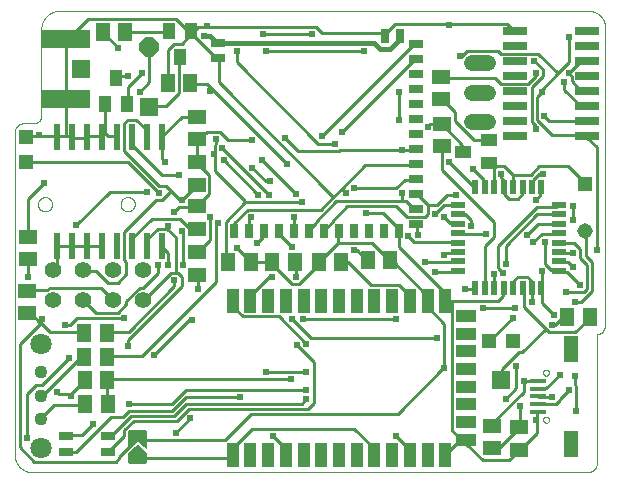
<source format=gbl>
G75*
%MOIN*%
%OFA0B0*%
%FSLAX25Y25*%
%IPPOS*%
%LPD*%
%AMOC8*
5,1,8,0,0,1.08239X$1,22.5*
%
%ADD10C,0.00000*%
%ADD11R,0.06496X0.06496*%
%ADD12OC8,0.06496*%
%ADD13R,0.04724X0.02756*%
%ADD14C,0.05200*%
%ADD15R,0.16000X0.06000*%
%ADD16R,0.06000X0.06000*%
%ADD17R,0.08000X0.02600*%
%ADD18R,0.05906X0.05118*%
%ADD19R,0.05118X0.05906*%
%ADD20R,0.02200X0.05000*%
%ADD21R,0.05000X0.02200*%
%ADD22R,0.05512X0.03937*%
%ADD23R,0.03937X0.05512*%
%ADD24R,0.05906X0.06299*%
%ADD25R,0.04724X0.04724*%
%ADD26R,0.05512X0.01575*%
%ADD27R,0.05000X0.08661*%
%ADD28R,0.02362X0.08661*%
%ADD29C,0.04362*%
%ADD30C,0.07087*%
%ADD31R,0.05150X0.05150*%
%ADD32C,0.05150*%
%ADD33R,0.05000X0.02500*%
%ADD34R,0.03937X0.07874*%
%ADD35R,0.07087X0.03937*%
%ADD36C,0.05600*%
%ADD37R,0.02500X0.05000*%
%ADD38C,0.01500*%
%ADD39C,0.00200*%
%ADD40C,0.01000*%
%ADD41C,0.02400*%
D10*
X0011565Y0006895D02*
X0011565Y0114484D01*
X0011567Y0114588D01*
X0011573Y0114692D01*
X0011582Y0114796D01*
X0011595Y0114900D01*
X0011612Y0115002D01*
X0011633Y0115105D01*
X0011658Y0115206D01*
X0011686Y0115306D01*
X0011718Y0115406D01*
X0011753Y0115504D01*
X0011792Y0115600D01*
X0011835Y0115695D01*
X0011881Y0115789D01*
X0011930Y0115881D01*
X0011983Y0115971D01*
X0012039Y0116059D01*
X0012098Y0116145D01*
X0012160Y0116228D01*
X0012225Y0116310D01*
X0012293Y0116389D01*
X0012364Y0116465D01*
X0012438Y0116539D01*
X0012514Y0116610D01*
X0012593Y0116678D01*
X0012675Y0116743D01*
X0012758Y0116805D01*
X0012844Y0116864D01*
X0012932Y0116920D01*
X0013022Y0116973D01*
X0013114Y0117022D01*
X0013208Y0117068D01*
X0013303Y0117111D01*
X0013399Y0117150D01*
X0013497Y0117185D01*
X0013597Y0117217D01*
X0013697Y0117245D01*
X0013798Y0117270D01*
X0013901Y0117291D01*
X0014003Y0117308D01*
X0014107Y0117321D01*
X0014211Y0117330D01*
X0014315Y0117336D01*
X0014419Y0117338D01*
X0014419Y0117339D02*
X0017769Y0117339D01*
X0017871Y0117341D01*
X0017972Y0117347D01*
X0018073Y0117357D01*
X0018174Y0117370D01*
X0018274Y0117388D01*
X0018374Y0117409D01*
X0018472Y0117434D01*
X0018570Y0117463D01*
X0018666Y0117495D01*
X0018761Y0117531D01*
X0018855Y0117571D01*
X0018947Y0117615D01*
X0019037Y0117661D01*
X0019125Y0117712D01*
X0019212Y0117765D01*
X0019296Y0117822D01*
X0019378Y0117882D01*
X0019458Y0117945D01*
X0019535Y0118012D01*
X0019609Y0118081D01*
X0019681Y0118153D01*
X0019750Y0118227D01*
X0019817Y0118304D01*
X0019880Y0118384D01*
X0019940Y0118466D01*
X0019997Y0118550D01*
X0020050Y0118637D01*
X0020101Y0118725D01*
X0020147Y0118815D01*
X0020191Y0118907D01*
X0020231Y0119001D01*
X0020267Y0119096D01*
X0020299Y0119192D01*
X0020328Y0119290D01*
X0020353Y0119388D01*
X0020374Y0119488D01*
X0020392Y0119588D01*
X0020405Y0119689D01*
X0020415Y0119790D01*
X0020421Y0119891D01*
X0020423Y0119993D01*
X0020423Y0148826D01*
X0020424Y0148826D02*
X0020426Y0148979D01*
X0020432Y0149132D01*
X0020441Y0149284D01*
X0020455Y0149436D01*
X0020472Y0149588D01*
X0020494Y0149739D01*
X0020519Y0149890D01*
X0020547Y0150040D01*
X0020580Y0150190D01*
X0020617Y0150338D01*
X0020657Y0150485D01*
X0020701Y0150632D01*
X0020748Y0150777D01*
X0020799Y0150921D01*
X0020854Y0151064D01*
X0020913Y0151205D01*
X0020975Y0151344D01*
X0021040Y0151482D01*
X0021109Y0151619D01*
X0021182Y0151753D01*
X0021258Y0151886D01*
X0021337Y0152017D01*
X0021419Y0152145D01*
X0021505Y0152272D01*
X0021594Y0152396D01*
X0021686Y0152518D01*
X0021781Y0152638D01*
X0021879Y0152755D01*
X0021980Y0152870D01*
X0022084Y0152982D01*
X0022191Y0153091D01*
X0022300Y0153198D01*
X0022412Y0153302D01*
X0022527Y0153403D01*
X0022644Y0153501D01*
X0022764Y0153596D01*
X0022886Y0153688D01*
X0023010Y0153777D01*
X0023137Y0153863D01*
X0023265Y0153945D01*
X0023396Y0154024D01*
X0023529Y0154100D01*
X0023663Y0154173D01*
X0023800Y0154242D01*
X0023938Y0154307D01*
X0024077Y0154369D01*
X0024218Y0154428D01*
X0024361Y0154483D01*
X0024505Y0154534D01*
X0024650Y0154581D01*
X0024797Y0154625D01*
X0024944Y0154665D01*
X0025092Y0154702D01*
X0025242Y0154735D01*
X0025392Y0154763D01*
X0025543Y0154788D01*
X0025694Y0154810D01*
X0025846Y0154827D01*
X0025998Y0154841D01*
X0026150Y0154850D01*
X0026303Y0154856D01*
X0026456Y0154858D01*
X0202791Y0154858D01*
X0202791Y0154859D02*
X0202938Y0154857D01*
X0203085Y0154851D01*
X0203232Y0154842D01*
X0203379Y0154828D01*
X0203525Y0154811D01*
X0203671Y0154790D01*
X0203816Y0154765D01*
X0203961Y0154736D01*
X0204104Y0154704D01*
X0204247Y0154667D01*
X0204389Y0154627D01*
X0204529Y0154584D01*
X0204669Y0154536D01*
X0204807Y0154485D01*
X0204944Y0154431D01*
X0205079Y0154373D01*
X0205213Y0154311D01*
X0205345Y0154246D01*
X0205475Y0154177D01*
X0205604Y0154105D01*
X0205730Y0154030D01*
X0205855Y0153952D01*
X0205977Y0153870D01*
X0206097Y0153785D01*
X0206215Y0153697D01*
X0206331Y0153605D01*
X0206444Y0153511D01*
X0206555Y0153414D01*
X0206663Y0153314D01*
X0206768Y0153211D01*
X0206871Y0153106D01*
X0206971Y0152998D01*
X0207068Y0152887D01*
X0207162Y0152774D01*
X0207254Y0152658D01*
X0207342Y0152540D01*
X0207427Y0152420D01*
X0207509Y0152298D01*
X0207587Y0152173D01*
X0207662Y0152047D01*
X0207734Y0151918D01*
X0207803Y0151788D01*
X0207868Y0151656D01*
X0207930Y0151522D01*
X0207988Y0151387D01*
X0208042Y0151250D01*
X0208093Y0151112D01*
X0208141Y0150972D01*
X0208184Y0150832D01*
X0208224Y0150690D01*
X0208261Y0150547D01*
X0208293Y0150404D01*
X0208322Y0150259D01*
X0208347Y0150114D01*
X0208368Y0149968D01*
X0208385Y0149822D01*
X0208399Y0149675D01*
X0208408Y0149528D01*
X0208414Y0149381D01*
X0208416Y0149234D01*
X0208415Y0149234D02*
X0208223Y0049784D01*
X0208224Y0049784D02*
X0208222Y0049681D01*
X0208216Y0049578D01*
X0208206Y0049476D01*
X0208192Y0049374D01*
X0208175Y0049272D01*
X0208153Y0049172D01*
X0208128Y0049072D01*
X0208099Y0048973D01*
X0208066Y0048876D01*
X0208030Y0048779D01*
X0207990Y0048684D01*
X0207947Y0048591D01*
X0207900Y0048499D01*
X0207850Y0048410D01*
X0207796Y0048322D01*
X0207739Y0048236D01*
X0207679Y0048152D01*
X0207616Y0048071D01*
X0207549Y0047992D01*
X0207480Y0047916D01*
X0207408Y0047843D01*
X0207333Y0047772D01*
X0207256Y0047704D01*
X0207176Y0047639D01*
X0207094Y0047577D01*
X0207010Y0047518D01*
X0206923Y0047463D01*
X0206834Y0047410D01*
X0206744Y0047362D01*
X0206651Y0047316D01*
X0206557Y0047274D01*
X0206462Y0047236D01*
X0206365Y0047201D01*
X0206267Y0047170D01*
X0206167Y0047143D01*
X0206067Y0047119D01*
X0205966Y0047099D01*
X0205865Y0047084D01*
X0205762Y0047071D01*
X0205660Y0047063D01*
X0205659Y0047063D02*
X0205659Y0004345D01*
X0205657Y0004231D01*
X0205651Y0004117D01*
X0205641Y0004003D01*
X0205628Y0003890D01*
X0205610Y0003777D01*
X0205589Y0003664D01*
X0205564Y0003553D01*
X0205535Y0003443D01*
X0205502Y0003333D01*
X0205466Y0003225D01*
X0205426Y0003118D01*
X0205382Y0003012D01*
X0205335Y0002908D01*
X0205284Y0002806D01*
X0205230Y0002706D01*
X0205172Y0002607D01*
X0205111Y0002510D01*
X0205047Y0002416D01*
X0204979Y0002324D01*
X0204909Y0002234D01*
X0204835Y0002147D01*
X0204759Y0002062D01*
X0204679Y0001980D01*
X0204597Y0001900D01*
X0204512Y0001824D01*
X0204425Y0001750D01*
X0204335Y0001680D01*
X0204243Y0001612D01*
X0204149Y0001548D01*
X0204052Y0001487D01*
X0203953Y0001429D01*
X0203853Y0001375D01*
X0203751Y0001324D01*
X0203647Y0001277D01*
X0203541Y0001233D01*
X0203434Y0001193D01*
X0203326Y0001157D01*
X0203216Y0001124D01*
X0203106Y0001095D01*
X0202995Y0001070D01*
X0202882Y0001049D01*
X0202769Y0001031D01*
X0202656Y0001018D01*
X0202542Y0001008D01*
X0202428Y0001002D01*
X0202314Y0001000D01*
X0017470Y0001000D01*
X0017319Y0001002D01*
X0017167Y0001008D01*
X0017015Y0001017D01*
X0016864Y0001031D01*
X0016713Y0001048D01*
X0016562Y0001069D01*
X0016413Y0001095D01*
X0016263Y0001124D01*
X0016115Y0001156D01*
X0015968Y0001193D01*
X0015821Y0001234D01*
X0015676Y0001278D01*
X0015532Y0001326D01*
X0015389Y0001377D01*
X0015247Y0001433D01*
X0015107Y0001492D01*
X0014969Y0001554D01*
X0014832Y0001620D01*
X0014697Y0001690D01*
X0014564Y0001763D01*
X0014432Y0001839D01*
X0014303Y0001919D01*
X0014176Y0002002D01*
X0014051Y0002088D01*
X0013928Y0002178D01*
X0013808Y0002270D01*
X0013690Y0002366D01*
X0013574Y0002465D01*
X0013461Y0002566D01*
X0013351Y0002671D01*
X0013244Y0002778D01*
X0013139Y0002888D01*
X0013037Y0003001D01*
X0012938Y0003116D01*
X0012842Y0003234D01*
X0012749Y0003354D01*
X0012659Y0003477D01*
X0012573Y0003602D01*
X0012490Y0003729D01*
X0012410Y0003858D01*
X0012333Y0003989D01*
X0012260Y0004122D01*
X0012190Y0004257D01*
X0012124Y0004394D01*
X0012061Y0004532D01*
X0012002Y0004672D01*
X0011946Y0004814D01*
X0011894Y0004956D01*
X0011846Y0005101D01*
X0011802Y0005246D01*
X0011761Y0005392D01*
X0011724Y0005540D01*
X0011691Y0005688D01*
X0011662Y0005837D01*
X0011636Y0005987D01*
X0011615Y0006137D01*
X0011597Y0006288D01*
X0011583Y0006439D01*
X0011573Y0006591D01*
X0011567Y0006743D01*
X0011565Y0006895D01*
X0019282Y0090409D02*
X0019284Y0090506D01*
X0019290Y0090603D01*
X0019300Y0090699D01*
X0019314Y0090795D01*
X0019332Y0090891D01*
X0019353Y0090985D01*
X0019379Y0091079D01*
X0019408Y0091171D01*
X0019442Y0091262D01*
X0019478Y0091352D01*
X0019519Y0091440D01*
X0019563Y0091526D01*
X0019611Y0091611D01*
X0019662Y0091693D01*
X0019716Y0091774D01*
X0019774Y0091852D01*
X0019835Y0091927D01*
X0019898Y0092000D01*
X0019965Y0092071D01*
X0020035Y0092138D01*
X0020107Y0092203D01*
X0020182Y0092264D01*
X0020260Y0092323D01*
X0020339Y0092378D01*
X0020421Y0092430D01*
X0020505Y0092478D01*
X0020591Y0092523D01*
X0020679Y0092565D01*
X0020768Y0092603D01*
X0020859Y0092637D01*
X0020951Y0092667D01*
X0021044Y0092694D01*
X0021139Y0092716D01*
X0021234Y0092735D01*
X0021330Y0092750D01*
X0021426Y0092761D01*
X0021523Y0092768D01*
X0021620Y0092771D01*
X0021717Y0092770D01*
X0021814Y0092765D01*
X0021910Y0092756D01*
X0022006Y0092743D01*
X0022102Y0092726D01*
X0022197Y0092705D01*
X0022290Y0092681D01*
X0022383Y0092652D01*
X0022475Y0092620D01*
X0022565Y0092584D01*
X0022653Y0092545D01*
X0022740Y0092501D01*
X0022825Y0092455D01*
X0022908Y0092404D01*
X0022989Y0092351D01*
X0023067Y0092294D01*
X0023144Y0092234D01*
X0023217Y0092171D01*
X0023288Y0092105D01*
X0023356Y0092036D01*
X0023422Y0091964D01*
X0023484Y0091890D01*
X0023543Y0091813D01*
X0023599Y0091734D01*
X0023652Y0091652D01*
X0023702Y0091569D01*
X0023747Y0091483D01*
X0023790Y0091396D01*
X0023829Y0091307D01*
X0023864Y0091217D01*
X0023895Y0091125D01*
X0023922Y0091032D01*
X0023946Y0090938D01*
X0023966Y0090843D01*
X0023982Y0090747D01*
X0023994Y0090651D01*
X0024002Y0090554D01*
X0024006Y0090457D01*
X0024006Y0090361D01*
X0024002Y0090264D01*
X0023994Y0090167D01*
X0023982Y0090071D01*
X0023966Y0089975D01*
X0023946Y0089880D01*
X0023922Y0089786D01*
X0023895Y0089693D01*
X0023864Y0089601D01*
X0023829Y0089511D01*
X0023790Y0089422D01*
X0023747Y0089335D01*
X0023702Y0089249D01*
X0023652Y0089166D01*
X0023599Y0089084D01*
X0023543Y0089005D01*
X0023484Y0088928D01*
X0023422Y0088854D01*
X0023356Y0088782D01*
X0023288Y0088713D01*
X0023217Y0088647D01*
X0023144Y0088584D01*
X0023067Y0088524D01*
X0022989Y0088467D01*
X0022908Y0088414D01*
X0022825Y0088363D01*
X0022740Y0088317D01*
X0022653Y0088273D01*
X0022565Y0088234D01*
X0022475Y0088198D01*
X0022383Y0088166D01*
X0022290Y0088137D01*
X0022197Y0088113D01*
X0022102Y0088092D01*
X0022006Y0088075D01*
X0021910Y0088062D01*
X0021814Y0088053D01*
X0021717Y0088048D01*
X0021620Y0088047D01*
X0021523Y0088050D01*
X0021426Y0088057D01*
X0021330Y0088068D01*
X0021234Y0088083D01*
X0021139Y0088102D01*
X0021044Y0088124D01*
X0020951Y0088151D01*
X0020859Y0088181D01*
X0020768Y0088215D01*
X0020679Y0088253D01*
X0020591Y0088295D01*
X0020505Y0088340D01*
X0020421Y0088388D01*
X0020339Y0088440D01*
X0020260Y0088495D01*
X0020182Y0088554D01*
X0020107Y0088615D01*
X0020035Y0088680D01*
X0019965Y0088747D01*
X0019898Y0088818D01*
X0019835Y0088891D01*
X0019774Y0088966D01*
X0019716Y0089044D01*
X0019662Y0089125D01*
X0019611Y0089207D01*
X0019563Y0089292D01*
X0019519Y0089378D01*
X0019478Y0089466D01*
X0019442Y0089556D01*
X0019408Y0089647D01*
X0019379Y0089739D01*
X0019353Y0089833D01*
X0019332Y0089927D01*
X0019314Y0090023D01*
X0019300Y0090119D01*
X0019290Y0090215D01*
X0019284Y0090312D01*
X0019282Y0090409D01*
X0046841Y0090409D02*
X0046843Y0090506D01*
X0046849Y0090603D01*
X0046859Y0090699D01*
X0046873Y0090795D01*
X0046891Y0090891D01*
X0046912Y0090985D01*
X0046938Y0091079D01*
X0046967Y0091171D01*
X0047001Y0091262D01*
X0047037Y0091352D01*
X0047078Y0091440D01*
X0047122Y0091526D01*
X0047170Y0091611D01*
X0047221Y0091693D01*
X0047275Y0091774D01*
X0047333Y0091852D01*
X0047394Y0091927D01*
X0047457Y0092000D01*
X0047524Y0092071D01*
X0047594Y0092138D01*
X0047666Y0092203D01*
X0047741Y0092264D01*
X0047819Y0092323D01*
X0047898Y0092378D01*
X0047980Y0092430D01*
X0048064Y0092478D01*
X0048150Y0092523D01*
X0048238Y0092565D01*
X0048327Y0092603D01*
X0048418Y0092637D01*
X0048510Y0092667D01*
X0048603Y0092694D01*
X0048698Y0092716D01*
X0048793Y0092735D01*
X0048889Y0092750D01*
X0048985Y0092761D01*
X0049082Y0092768D01*
X0049179Y0092771D01*
X0049276Y0092770D01*
X0049373Y0092765D01*
X0049469Y0092756D01*
X0049565Y0092743D01*
X0049661Y0092726D01*
X0049756Y0092705D01*
X0049849Y0092681D01*
X0049942Y0092652D01*
X0050034Y0092620D01*
X0050124Y0092584D01*
X0050212Y0092545D01*
X0050299Y0092501D01*
X0050384Y0092455D01*
X0050467Y0092404D01*
X0050548Y0092351D01*
X0050626Y0092294D01*
X0050703Y0092234D01*
X0050776Y0092171D01*
X0050847Y0092105D01*
X0050915Y0092036D01*
X0050981Y0091964D01*
X0051043Y0091890D01*
X0051102Y0091813D01*
X0051158Y0091734D01*
X0051211Y0091652D01*
X0051261Y0091569D01*
X0051306Y0091483D01*
X0051349Y0091396D01*
X0051388Y0091307D01*
X0051423Y0091217D01*
X0051454Y0091125D01*
X0051481Y0091032D01*
X0051505Y0090938D01*
X0051525Y0090843D01*
X0051541Y0090747D01*
X0051553Y0090651D01*
X0051561Y0090554D01*
X0051565Y0090457D01*
X0051565Y0090361D01*
X0051561Y0090264D01*
X0051553Y0090167D01*
X0051541Y0090071D01*
X0051525Y0089975D01*
X0051505Y0089880D01*
X0051481Y0089786D01*
X0051454Y0089693D01*
X0051423Y0089601D01*
X0051388Y0089511D01*
X0051349Y0089422D01*
X0051306Y0089335D01*
X0051261Y0089249D01*
X0051211Y0089166D01*
X0051158Y0089084D01*
X0051102Y0089005D01*
X0051043Y0088928D01*
X0050981Y0088854D01*
X0050915Y0088782D01*
X0050847Y0088713D01*
X0050776Y0088647D01*
X0050703Y0088584D01*
X0050626Y0088524D01*
X0050548Y0088467D01*
X0050467Y0088414D01*
X0050384Y0088363D01*
X0050299Y0088317D01*
X0050212Y0088273D01*
X0050124Y0088234D01*
X0050034Y0088198D01*
X0049942Y0088166D01*
X0049849Y0088137D01*
X0049756Y0088113D01*
X0049661Y0088092D01*
X0049565Y0088075D01*
X0049469Y0088062D01*
X0049373Y0088053D01*
X0049276Y0088048D01*
X0049179Y0088047D01*
X0049082Y0088050D01*
X0048985Y0088057D01*
X0048889Y0088068D01*
X0048793Y0088083D01*
X0048698Y0088102D01*
X0048603Y0088124D01*
X0048510Y0088151D01*
X0048418Y0088181D01*
X0048327Y0088215D01*
X0048238Y0088253D01*
X0048150Y0088295D01*
X0048064Y0088340D01*
X0047980Y0088388D01*
X0047898Y0088440D01*
X0047819Y0088495D01*
X0047741Y0088554D01*
X0047666Y0088615D01*
X0047594Y0088680D01*
X0047524Y0088747D01*
X0047457Y0088818D01*
X0047394Y0088891D01*
X0047333Y0088966D01*
X0047275Y0089044D01*
X0047221Y0089125D01*
X0047170Y0089207D01*
X0047122Y0089292D01*
X0047078Y0089378D01*
X0047037Y0089466D01*
X0047001Y0089556D01*
X0046967Y0089647D01*
X0046938Y0089739D01*
X0046912Y0089833D01*
X0046891Y0089927D01*
X0046873Y0090023D01*
X0046859Y0090119D01*
X0046849Y0090215D01*
X0046843Y0090312D01*
X0046841Y0090409D01*
X0187668Y0034268D02*
X0187670Y0034330D01*
X0187676Y0034393D01*
X0187686Y0034454D01*
X0187700Y0034515D01*
X0187717Y0034575D01*
X0187738Y0034634D01*
X0187764Y0034691D01*
X0187792Y0034746D01*
X0187824Y0034800D01*
X0187860Y0034851D01*
X0187898Y0034901D01*
X0187940Y0034947D01*
X0187984Y0034991D01*
X0188032Y0035032D01*
X0188081Y0035070D01*
X0188133Y0035104D01*
X0188187Y0035135D01*
X0188243Y0035163D01*
X0188301Y0035187D01*
X0188360Y0035208D01*
X0188420Y0035224D01*
X0188481Y0035237D01*
X0188543Y0035246D01*
X0188605Y0035251D01*
X0188668Y0035252D01*
X0188730Y0035249D01*
X0188792Y0035242D01*
X0188854Y0035231D01*
X0188914Y0035216D01*
X0188974Y0035198D01*
X0189032Y0035176D01*
X0189089Y0035150D01*
X0189144Y0035120D01*
X0189197Y0035087D01*
X0189248Y0035051D01*
X0189296Y0035012D01*
X0189342Y0034969D01*
X0189385Y0034924D01*
X0189425Y0034876D01*
X0189462Y0034826D01*
X0189496Y0034773D01*
X0189527Y0034719D01*
X0189553Y0034663D01*
X0189577Y0034605D01*
X0189596Y0034545D01*
X0189612Y0034485D01*
X0189624Y0034423D01*
X0189632Y0034362D01*
X0189636Y0034299D01*
X0189636Y0034237D01*
X0189632Y0034174D01*
X0189624Y0034113D01*
X0189612Y0034051D01*
X0189596Y0033991D01*
X0189577Y0033931D01*
X0189553Y0033873D01*
X0189527Y0033817D01*
X0189496Y0033763D01*
X0189462Y0033710D01*
X0189425Y0033660D01*
X0189385Y0033612D01*
X0189342Y0033567D01*
X0189296Y0033524D01*
X0189248Y0033485D01*
X0189197Y0033449D01*
X0189144Y0033416D01*
X0189089Y0033386D01*
X0189032Y0033360D01*
X0188974Y0033338D01*
X0188914Y0033320D01*
X0188854Y0033305D01*
X0188792Y0033294D01*
X0188730Y0033287D01*
X0188668Y0033284D01*
X0188605Y0033285D01*
X0188543Y0033290D01*
X0188481Y0033299D01*
X0188420Y0033312D01*
X0188360Y0033328D01*
X0188301Y0033349D01*
X0188243Y0033373D01*
X0188187Y0033401D01*
X0188133Y0033432D01*
X0188081Y0033466D01*
X0188032Y0033504D01*
X0187984Y0033545D01*
X0187940Y0033589D01*
X0187898Y0033635D01*
X0187860Y0033685D01*
X0187824Y0033736D01*
X0187792Y0033790D01*
X0187764Y0033845D01*
X0187738Y0033902D01*
X0187717Y0033961D01*
X0187700Y0034021D01*
X0187686Y0034082D01*
X0187676Y0034143D01*
X0187670Y0034206D01*
X0187668Y0034268D01*
X0187668Y0018520D02*
X0187670Y0018582D01*
X0187676Y0018645D01*
X0187686Y0018706D01*
X0187700Y0018767D01*
X0187717Y0018827D01*
X0187738Y0018886D01*
X0187764Y0018943D01*
X0187792Y0018998D01*
X0187824Y0019052D01*
X0187860Y0019103D01*
X0187898Y0019153D01*
X0187940Y0019199D01*
X0187984Y0019243D01*
X0188032Y0019284D01*
X0188081Y0019322D01*
X0188133Y0019356D01*
X0188187Y0019387D01*
X0188243Y0019415D01*
X0188301Y0019439D01*
X0188360Y0019460D01*
X0188420Y0019476D01*
X0188481Y0019489D01*
X0188543Y0019498D01*
X0188605Y0019503D01*
X0188668Y0019504D01*
X0188730Y0019501D01*
X0188792Y0019494D01*
X0188854Y0019483D01*
X0188914Y0019468D01*
X0188974Y0019450D01*
X0189032Y0019428D01*
X0189089Y0019402D01*
X0189144Y0019372D01*
X0189197Y0019339D01*
X0189248Y0019303D01*
X0189296Y0019264D01*
X0189342Y0019221D01*
X0189385Y0019176D01*
X0189425Y0019128D01*
X0189462Y0019078D01*
X0189496Y0019025D01*
X0189527Y0018971D01*
X0189553Y0018915D01*
X0189577Y0018857D01*
X0189596Y0018797D01*
X0189612Y0018737D01*
X0189624Y0018675D01*
X0189632Y0018614D01*
X0189636Y0018551D01*
X0189636Y0018489D01*
X0189632Y0018426D01*
X0189624Y0018365D01*
X0189612Y0018303D01*
X0189596Y0018243D01*
X0189577Y0018183D01*
X0189553Y0018125D01*
X0189527Y0018069D01*
X0189496Y0018015D01*
X0189462Y0017962D01*
X0189425Y0017912D01*
X0189385Y0017864D01*
X0189342Y0017819D01*
X0189296Y0017776D01*
X0189248Y0017737D01*
X0189197Y0017701D01*
X0189144Y0017668D01*
X0189089Y0017638D01*
X0189032Y0017612D01*
X0188974Y0017590D01*
X0188914Y0017572D01*
X0188854Y0017557D01*
X0188792Y0017546D01*
X0188730Y0017539D01*
X0188668Y0017536D01*
X0188605Y0017537D01*
X0188543Y0017542D01*
X0188481Y0017551D01*
X0188420Y0017564D01*
X0188360Y0017580D01*
X0188301Y0017601D01*
X0188243Y0017625D01*
X0188187Y0017653D01*
X0188133Y0017684D01*
X0188081Y0017718D01*
X0188032Y0017756D01*
X0187984Y0017797D01*
X0187940Y0017841D01*
X0187898Y0017887D01*
X0187860Y0017937D01*
X0187824Y0017988D01*
X0187792Y0018042D01*
X0187764Y0018097D01*
X0187738Y0018154D01*
X0187717Y0018213D01*
X0187700Y0018273D01*
X0187686Y0018334D01*
X0187676Y0018395D01*
X0187670Y0018458D01*
X0187668Y0018520D01*
D11*
X0056447Y0122732D03*
D12*
X0056447Y0142732D03*
D13*
X0042746Y0013283D03*
X0042746Y0007772D03*
X0028573Y0007772D03*
X0028573Y0013283D03*
D14*
X0164030Y0117806D02*
X0169230Y0117806D01*
X0169230Y0127649D02*
X0164030Y0127649D01*
X0164030Y0137491D02*
X0169230Y0137491D01*
D15*
X0028691Y0145409D03*
X0028691Y0125409D03*
D16*
X0033691Y0135409D03*
D17*
X0178244Y0133067D03*
X0178244Y0138067D03*
X0178244Y0143067D03*
X0178244Y0148067D03*
X0202444Y0148067D03*
X0202444Y0143067D03*
X0202444Y0138067D03*
X0202444Y0133067D03*
X0202444Y0128067D03*
X0202444Y0123067D03*
X0202444Y0118067D03*
X0202444Y0113067D03*
X0178244Y0113067D03*
X0178244Y0118067D03*
X0178244Y0123067D03*
X0178244Y0128067D03*
D18*
X0153691Y0125409D03*
X0153691Y0132890D03*
X0153927Y0117142D03*
X0153927Y0109661D03*
X0072274Y0112063D03*
X0072234Y0104425D03*
X0072234Y0096945D03*
X0072195Y0089740D03*
X0072195Y0082260D03*
X0072431Y0074425D03*
X0072431Y0066945D03*
X0015935Y0072024D03*
X0015935Y0079504D03*
X0015778Y0061630D03*
X0015778Y0054150D03*
X0072274Y0119543D03*
X0170620Y0016512D03*
X0179675Y0016079D03*
X0179675Y0008598D03*
X0170620Y0009031D03*
D19*
X0195699Y0052969D03*
X0203179Y0052969D03*
X0136644Y0071669D03*
X0129163Y0071669D03*
X0120305Y0071118D03*
X0112825Y0071118D03*
X0104833Y0071197D03*
X0097352Y0071197D03*
X0090187Y0071000D03*
X0082707Y0071000D03*
X0042156Y0047457D03*
X0034675Y0047457D03*
X0034754Y0039465D03*
X0042234Y0039465D03*
X0042313Y0031709D03*
X0034833Y0031709D03*
X0035030Y0023717D03*
X0042510Y0023717D03*
X0062589Y0130882D03*
X0070069Y0130882D03*
X0048455Y0147732D03*
X0040974Y0147732D03*
D20*
X0165080Y0096124D03*
X0168230Y0096124D03*
X0171380Y0096124D03*
X0174529Y0096124D03*
X0177679Y0096124D03*
X0180828Y0096124D03*
X0183978Y0096124D03*
X0187128Y0096124D03*
X0187128Y0062324D03*
X0183978Y0062324D03*
X0180828Y0062324D03*
X0177679Y0062324D03*
X0174529Y0062324D03*
X0171380Y0062324D03*
X0168230Y0062324D03*
X0165080Y0062324D03*
D21*
X0159204Y0068200D03*
X0159204Y0071350D03*
X0159204Y0074499D03*
X0159204Y0077649D03*
X0159204Y0080798D03*
X0159204Y0083948D03*
X0159204Y0087098D03*
X0159204Y0090247D03*
X0193004Y0090247D03*
X0193004Y0087098D03*
X0193004Y0083948D03*
X0193004Y0080798D03*
X0193004Y0077649D03*
X0193004Y0074499D03*
X0193004Y0071350D03*
X0193004Y0068200D03*
D22*
X0169596Y0104228D03*
X0160935Y0107969D03*
X0169596Y0111709D03*
D23*
X0070423Y0148047D03*
X0062943Y0148047D03*
X0066683Y0139386D03*
X0045344Y0132614D03*
X0041604Y0123953D03*
X0049085Y0123953D03*
D24*
X0173691Y0031709D03*
D25*
X0177628Y0044799D03*
X0169754Y0044799D03*
X0015148Y0104622D03*
X0015148Y0112890D03*
D26*
X0185896Y0031512D03*
X0185896Y0028953D03*
X0185896Y0026394D03*
X0185896Y0023835D03*
X0185896Y0021276D03*
D27*
X0197116Y0010646D03*
X0197116Y0042142D03*
D28*
X0060640Y0076551D03*
X0055640Y0076551D03*
X0050640Y0076551D03*
X0045640Y0076551D03*
X0040640Y0076551D03*
X0035640Y0076551D03*
X0030640Y0076551D03*
X0025640Y0076551D03*
X0025640Y0112772D03*
X0030640Y0112772D03*
X0035640Y0112772D03*
X0040640Y0112772D03*
X0045640Y0112772D03*
X0050640Y0112772D03*
X0055640Y0112772D03*
X0060640Y0112772D03*
D29*
X0020148Y0034504D03*
X0020148Y0026630D03*
X0020148Y0018756D03*
D30*
X0020148Y0009307D03*
X0020148Y0043953D03*
D31*
X0201644Y0097102D03*
D32*
X0201644Y0081354D03*
D33*
X0145305Y0083677D03*
X0145305Y0088677D03*
X0145305Y0093677D03*
X0145305Y0098677D03*
X0145305Y0103677D03*
X0145305Y0108677D03*
X0145305Y0113677D03*
X0145305Y0118677D03*
X0145305Y0123677D03*
X0145305Y0128677D03*
X0145305Y0133677D03*
X0145305Y0138677D03*
X0145305Y0143677D03*
X0079305Y0144228D03*
X0079305Y0139228D03*
D34*
X0084203Y0058126D03*
X0090108Y0058126D03*
X0096014Y0058126D03*
X0101919Y0058126D03*
X0107825Y0058126D03*
X0113730Y0058126D03*
X0119636Y0058126D03*
X0125541Y0058126D03*
X0131447Y0058126D03*
X0137352Y0058126D03*
X0143258Y0058126D03*
X0149163Y0058126D03*
X0155069Y0058126D03*
X0155069Y0006945D03*
X0149163Y0006945D03*
X0143258Y0006945D03*
X0137352Y0006945D03*
X0131447Y0006945D03*
X0125541Y0006945D03*
X0119636Y0006945D03*
X0113730Y0006945D03*
X0107825Y0006945D03*
X0101919Y0006945D03*
X0096014Y0006945D03*
X0090108Y0006945D03*
X0084203Y0006945D03*
D35*
X0161959Y0011866D03*
X0161959Y0017772D03*
X0161959Y0023677D03*
X0161959Y0029583D03*
X0161959Y0035488D03*
X0161959Y0041394D03*
X0161959Y0047299D03*
X0161959Y0053205D03*
D36*
X0054321Y0058480D03*
X0044321Y0058480D03*
X0034321Y0058480D03*
X0024321Y0058480D03*
X0024321Y0068480D03*
X0034321Y0068480D03*
X0044321Y0068480D03*
X0054321Y0068480D03*
D37*
X0084557Y0081591D03*
X0089557Y0081591D03*
X0094557Y0081591D03*
X0099557Y0081591D03*
X0104557Y0081591D03*
X0109557Y0081591D03*
X0114557Y0081591D03*
X0119557Y0081591D03*
X0124557Y0081591D03*
X0129557Y0081591D03*
X0134557Y0081591D03*
X0139557Y0081591D03*
X0140108Y0146591D03*
X0135108Y0146591D03*
D38*
X0131165Y0144200D02*
X0133165Y0142200D01*
X0136765Y0142200D01*
X0139965Y0145400D01*
X0139965Y0146200D01*
X0140108Y0146591D01*
X0131165Y0144200D02*
X0079565Y0144200D01*
X0079305Y0144228D01*
X0078765Y0144600D01*
X0076765Y0146600D01*
X0074765Y0146600D01*
X0054602Y0014372D02*
X0054602Y0012872D01*
X0050102Y0012872D01*
X0050102Y0014372D01*
X0054602Y0014372D01*
X0054602Y0014371D02*
X0050102Y0014371D01*
X0054602Y0006372D02*
X0054602Y0004872D01*
X0050102Y0004872D01*
X0050102Y0006372D01*
X0054602Y0006372D01*
X0054602Y0006371D02*
X0050102Y0006371D01*
D39*
X0049452Y0006360D02*
X0055252Y0006360D01*
X0055252Y0006558D02*
X0049452Y0006558D01*
X0049452Y0006757D02*
X0055252Y0006757D01*
X0055252Y0006955D02*
X0049452Y0006955D01*
X0049452Y0007154D02*
X0055252Y0007154D01*
X0055252Y0007352D02*
X0049452Y0007352D01*
X0049452Y0007372D02*
X0049452Y0005122D01*
X0055252Y0005122D01*
X0055252Y0007372D01*
X0052352Y0010272D01*
X0049452Y0007372D01*
X0049631Y0007551D02*
X0055074Y0007551D01*
X0054875Y0007749D02*
X0049830Y0007749D01*
X0050028Y0007948D02*
X0054677Y0007948D01*
X0054478Y0008146D02*
X0050227Y0008146D01*
X0050425Y0008345D02*
X0054279Y0008345D01*
X0054081Y0008543D02*
X0050624Y0008543D01*
X0050822Y0008742D02*
X0053882Y0008742D01*
X0053684Y0008940D02*
X0051021Y0008940D01*
X0051219Y0009139D02*
X0053485Y0009139D01*
X0053287Y0009337D02*
X0051418Y0009337D01*
X0051616Y0009536D02*
X0053088Y0009536D01*
X0052890Y0009734D02*
X0051815Y0009734D01*
X0052013Y0009933D02*
X0052691Y0009933D01*
X0052493Y0010132D02*
X0052212Y0010132D01*
X0051320Y0010926D02*
X0049452Y0010926D01*
X0049452Y0011124D02*
X0051526Y0011124D01*
X0051731Y0011323D02*
X0049452Y0011323D01*
X0049452Y0011521D02*
X0051937Y0011521D01*
X0052143Y0011720D02*
X0049452Y0011720D01*
X0049452Y0011918D02*
X0052348Y0011918D01*
X0052352Y0011922D02*
X0049452Y0009122D01*
X0049452Y0014122D01*
X0055252Y0014122D01*
X0055252Y0009122D01*
X0052352Y0011922D01*
X0052356Y0011918D02*
X0055252Y0011918D01*
X0055252Y0011720D02*
X0052562Y0011720D01*
X0052768Y0011521D02*
X0055252Y0011521D01*
X0055252Y0011323D02*
X0052973Y0011323D01*
X0053179Y0011124D02*
X0055252Y0011124D01*
X0055252Y0010926D02*
X0053384Y0010926D01*
X0053590Y0010727D02*
X0055252Y0010727D01*
X0055252Y0010529D02*
X0053796Y0010529D01*
X0054001Y0010330D02*
X0055252Y0010330D01*
X0055252Y0010132D02*
X0054207Y0010132D01*
X0054412Y0009933D02*
X0055252Y0009933D01*
X0055252Y0009734D02*
X0054618Y0009734D01*
X0054824Y0009536D02*
X0055252Y0009536D01*
X0055252Y0009337D02*
X0055029Y0009337D01*
X0055235Y0009139D02*
X0055252Y0009139D01*
X0055252Y0012117D02*
X0049452Y0012117D01*
X0049452Y0012315D02*
X0055252Y0012315D01*
X0055252Y0012514D02*
X0049452Y0012514D01*
X0049452Y0012712D02*
X0055252Y0012712D01*
X0055252Y0012911D02*
X0049452Y0012911D01*
X0049452Y0013109D02*
X0055252Y0013109D01*
X0055252Y0013308D02*
X0049452Y0013308D01*
X0049452Y0013506D02*
X0055252Y0013506D01*
X0055252Y0013705D02*
X0049452Y0013705D01*
X0049452Y0013903D02*
X0055252Y0013903D01*
X0055252Y0014102D02*
X0049452Y0014102D01*
X0049452Y0010727D02*
X0051115Y0010727D01*
X0050909Y0010529D02*
X0049452Y0010529D01*
X0049452Y0010330D02*
X0050703Y0010330D01*
X0050498Y0010132D02*
X0049452Y0010132D01*
X0049452Y0009933D02*
X0050292Y0009933D01*
X0050087Y0009734D02*
X0049452Y0009734D01*
X0049452Y0009536D02*
X0049881Y0009536D01*
X0049675Y0009337D02*
X0049452Y0009337D01*
X0049452Y0009139D02*
X0049470Y0009139D01*
X0049452Y0006161D02*
X0055252Y0006161D01*
X0055252Y0005963D02*
X0049452Y0005963D01*
X0049452Y0005764D02*
X0055252Y0005764D01*
X0055252Y0005566D02*
X0049452Y0005566D01*
X0049452Y0005367D02*
X0055252Y0005367D01*
X0055252Y0005169D02*
X0049452Y0005169D01*
D40*
X0052352Y0005622D02*
X0052365Y0005800D01*
X0083165Y0005800D01*
X0083965Y0006600D01*
X0084203Y0006945D01*
X0084365Y0007400D01*
X0084365Y0009000D01*
X0090765Y0015400D01*
X0124765Y0015400D01*
X0131165Y0009000D01*
X0131165Y0007000D01*
X0131447Y0006945D01*
X0138765Y0013000D02*
X0143165Y0008600D01*
X0143165Y0007000D01*
X0143258Y0006945D01*
X0155069Y0006945D02*
X0155165Y0007000D01*
X0159965Y0011800D01*
X0161565Y0011800D01*
X0161959Y0011866D01*
X0159965Y0012200D01*
X0157165Y0015000D01*
X0157165Y0058200D01*
X0172765Y0058200D01*
X0174365Y0059800D01*
X0174365Y0062200D01*
X0174529Y0062324D01*
X0177679Y0062324D02*
X0177965Y0062600D01*
X0177965Y0065000D01*
X0179165Y0066200D01*
X0182365Y0066200D01*
X0183565Y0065000D01*
X0183565Y0062600D01*
X0183978Y0062324D01*
X0183965Y0062200D01*
X0183965Y0057800D01*
X0187165Y0057400D02*
X0191165Y0053400D01*
X0193965Y0052600D02*
X0191565Y0050200D01*
X0190765Y0050200D01*
X0188565Y0048800D02*
X0180765Y0041000D01*
X0179565Y0041000D01*
X0173965Y0035400D01*
X0173965Y0031800D01*
X0173691Y0031709D01*
X0178765Y0029000D02*
X0178765Y0036600D01*
X0181165Y0031400D02*
X0181165Y0027800D01*
X0170765Y0017400D01*
X0170765Y0016600D01*
X0170620Y0016512D01*
X0170765Y0009400D02*
X0170620Y0009031D01*
X0170765Y0009400D02*
X0173165Y0009400D01*
X0179565Y0015800D01*
X0179675Y0016079D01*
X0179965Y0016200D01*
X0179965Y0023000D01*
X0175165Y0025400D02*
X0178765Y0029000D01*
X0181165Y0031400D02*
X0185565Y0031400D01*
X0185896Y0031512D01*
X0185965Y0029000D02*
X0185896Y0028953D01*
X0185965Y0029000D02*
X0188765Y0029000D01*
X0193165Y0033400D01*
X0198365Y0033000D02*
X0198365Y0030200D01*
X0198765Y0029800D01*
X0198765Y0021400D01*
X0193165Y0025000D02*
X0191965Y0023800D01*
X0185965Y0023800D01*
X0185896Y0023835D01*
X0185965Y0026200D02*
X0185896Y0026394D01*
X0185965Y0026200D02*
X0190765Y0026200D01*
X0193165Y0025400D02*
X0193165Y0025000D01*
X0193165Y0025400D02*
X0196365Y0028600D01*
X0185896Y0021276D02*
X0185565Y0021000D01*
X0185565Y0018600D01*
X0185165Y0018600D01*
X0185565Y0018600D02*
X0185565Y0014200D01*
X0179965Y0008600D01*
X0179675Y0008598D01*
X0179565Y0008200D01*
X0176365Y0005000D01*
X0167565Y0005000D01*
X0161965Y0010600D01*
X0161965Y0011400D01*
X0161959Y0011866D01*
X0139165Y0020600D02*
X0154365Y0035800D01*
X0154765Y0035800D01*
X0154765Y0050600D01*
X0149565Y0055800D01*
X0149565Y0057800D01*
X0149163Y0058126D01*
X0148765Y0058200D01*
X0148765Y0060200D01*
X0137565Y0071400D01*
X0136765Y0071400D01*
X0136644Y0071669D01*
X0136365Y0071800D01*
X0130765Y0077400D01*
X0119165Y0077400D01*
X0113165Y0071400D01*
X0112825Y0071118D01*
X0112365Y0071000D01*
X0112365Y0069800D01*
X0106365Y0063800D01*
X0103965Y0063800D01*
X0097165Y0070600D01*
X0097352Y0071197D01*
X0097165Y0071000D01*
X0090187Y0071000D01*
X0089965Y0071400D01*
X0085565Y0075800D01*
X0082707Y0071000D02*
X0082365Y0071000D01*
X0081965Y0071400D01*
X0081965Y0084600D01*
X0088365Y0091000D01*
X0088365Y0091400D01*
X0078365Y0101400D01*
X0078365Y0107000D01*
X0077965Y0107000D01*
X0078365Y0107000D02*
X0078365Y0110200D01*
X0078765Y0110600D01*
X0078765Y0112200D01*
X0079965Y0114600D02*
X0075565Y0114600D01*
X0072765Y0111800D01*
X0072274Y0112063D01*
X0072365Y0111800D01*
X0072365Y0104600D01*
X0072234Y0104425D01*
X0072365Y0104200D01*
X0076365Y0100200D01*
X0076365Y0093800D01*
X0072365Y0089800D01*
X0072195Y0089740D01*
X0071965Y0089400D01*
X0066365Y0089400D01*
X0064765Y0087800D01*
X0066765Y0085400D02*
X0057165Y0085400D01*
X0050765Y0079000D01*
X0050765Y0076600D01*
X0050640Y0076551D01*
X0047965Y0081000D02*
X0058765Y0091800D01*
X0060765Y0091800D01*
X0063765Y0094800D01*
X0061965Y0096600D01*
X0059565Y0096600D01*
X0047965Y0108200D01*
X0047965Y0117400D01*
X0049165Y0118600D01*
X0051965Y0118600D01*
X0055565Y0115000D01*
X0055565Y0113000D01*
X0055640Y0112772D01*
X0050765Y0112600D02*
X0050765Y0110200D01*
X0060765Y0100200D01*
X0066365Y0100200D01*
X0071965Y0096600D02*
X0072234Y0096945D01*
X0071965Y0096600D02*
X0067165Y0091800D01*
X0066765Y0091800D01*
X0063765Y0094800D01*
X0059565Y0094200D02*
X0049165Y0104600D01*
X0015165Y0104600D01*
X0015148Y0104622D01*
X0015148Y0112890D02*
X0015165Y0113000D01*
X0019565Y0113000D01*
X0019565Y0113400D01*
X0019565Y0113000D02*
X0025565Y0113000D01*
X0025640Y0112772D01*
X0025965Y0113000D01*
X0028765Y0113000D01*
X0028765Y0125400D01*
X0028691Y0125409D01*
X0028765Y0125800D01*
X0028765Y0145400D01*
X0028691Y0145409D01*
X0029165Y0145400D01*
X0035965Y0152200D01*
X0065165Y0152200D01*
X0069165Y0148200D01*
X0069965Y0148200D01*
X0070423Y0148047D01*
X0071165Y0147800D01*
X0072765Y0149400D01*
X0075565Y0149400D01*
X0075565Y0149800D01*
X0075565Y0149400D02*
X0111965Y0149400D01*
X0113965Y0147400D01*
X0134765Y0147400D01*
X0135108Y0146591D01*
X0135165Y0146600D01*
X0135165Y0147400D01*
X0138365Y0150600D01*
X0156365Y0150600D01*
X0156365Y0150200D01*
X0156365Y0150600D02*
X0175565Y0150600D01*
X0177965Y0148200D01*
X0178244Y0148067D01*
X0172765Y0141400D02*
X0173565Y0140600D01*
X0185965Y0140600D01*
X0192565Y0134000D01*
X0196365Y0137800D01*
X0196365Y0146200D01*
X0199965Y0137800D02*
X0202365Y0137800D01*
X0202444Y0138067D01*
X0199965Y0137800D02*
X0196365Y0134200D01*
X0196365Y0133800D01*
X0197165Y0133000D01*
X0197165Y0131400D01*
X0200365Y0128200D01*
X0202365Y0128200D01*
X0202444Y0128067D01*
X0202365Y0123400D02*
X0199965Y0123400D01*
X0194765Y0128600D01*
X0194765Y0131000D01*
X0192565Y0134000D02*
X0187165Y0128600D01*
X0187165Y0127800D01*
X0185565Y0126200D01*
X0185565Y0118600D01*
X0190765Y0113400D01*
X0202365Y0113400D01*
X0202444Y0113067D01*
X0202365Y0112600D01*
X0205565Y0109400D01*
X0205565Y0075000D01*
X0201965Y0073000D02*
X0203965Y0071000D01*
X0203965Y0061400D01*
X0200365Y0057800D01*
X0198365Y0057800D01*
X0201165Y0061000D02*
X0195165Y0061000D01*
X0199965Y0063400D02*
X0195565Y0067800D01*
X0193165Y0067800D01*
X0193004Y0068200D01*
X0192765Y0068600D01*
X0190365Y0068600D01*
X0188365Y0070600D01*
X0188365Y0077800D01*
X0187165Y0080600D02*
X0184365Y0077800D01*
X0182365Y0080200D02*
X0185965Y0083800D01*
X0192765Y0083800D01*
X0193004Y0083948D01*
X0192765Y0087000D02*
X0193004Y0087098D01*
X0192765Y0087000D02*
X0185565Y0087000D01*
X0175165Y0076600D01*
X0175165Y0070600D01*
X0172765Y0069000D02*
X0172765Y0076600D01*
X0185565Y0089400D01*
X0191965Y0089400D01*
X0192765Y0090200D01*
X0193004Y0090247D01*
X0197565Y0089800D02*
X0197565Y0085000D01*
X0201644Y0081354D02*
X0201965Y0081000D01*
X0201965Y0073000D01*
X0199965Y0072600D02*
X0202365Y0070200D01*
X0202365Y0062200D01*
X0201165Y0061000D01*
X0197565Y0069400D02*
X0195965Y0071000D01*
X0193165Y0071000D01*
X0193004Y0071350D01*
X0193165Y0074200D02*
X0193004Y0074499D01*
X0193165Y0074200D02*
X0197565Y0074200D01*
X0199965Y0075400D02*
X0199965Y0072600D01*
X0199965Y0075400D02*
X0197965Y0077400D01*
X0193165Y0077400D01*
X0193004Y0077649D01*
X0192765Y0080600D02*
X0193004Y0080798D01*
X0192765Y0080600D02*
X0187165Y0080600D01*
X0185165Y0091800D02*
X0186765Y0093400D01*
X0186765Y0095800D01*
X0187128Y0096124D01*
X0184365Y0096200D02*
X0183978Y0096124D01*
X0184365Y0096200D02*
X0184365Y0098600D01*
X0186365Y0100600D01*
X0187565Y0100600D01*
X0186365Y0103000D02*
X0195965Y0103000D01*
X0201565Y0097400D01*
X0201644Y0097102D01*
X0186365Y0103000D02*
X0183565Y0100200D01*
X0177565Y0100200D01*
X0174765Y0103000D01*
X0171565Y0103000D01*
X0169596Y0104228D01*
X0169965Y0104200D01*
X0171165Y0103000D01*
X0171165Y0096200D01*
X0171380Y0096124D01*
X0168230Y0096124D02*
X0167965Y0096200D01*
X0167965Y0098600D01*
X0164365Y0102200D01*
X0164765Y0096200D02*
X0165080Y0096124D01*
X0164765Y0096200D02*
X0156365Y0104600D01*
X0153965Y0101800D02*
X0153965Y0109400D01*
X0153927Y0109661D01*
X0160765Y0110200D02*
X0160765Y0108200D01*
X0160935Y0107969D01*
X0160765Y0110200D02*
X0153965Y0117000D01*
X0153927Y0117142D01*
X0153565Y0117000D01*
X0149965Y0117000D01*
X0149165Y0116200D01*
X0158365Y0118200D02*
X0158365Y0121000D01*
X0153965Y0125400D01*
X0153691Y0125409D01*
X0153965Y0132600D02*
X0153691Y0132890D01*
X0153965Y0132600D02*
X0171565Y0132600D01*
X0173565Y0130600D01*
X0182765Y0130600D01*
X0185165Y0133000D01*
X0185165Y0134200D01*
X0187565Y0135400D02*
X0184765Y0138200D01*
X0187565Y0135400D02*
X0187565Y0133000D01*
X0183965Y0129400D01*
X0183965Y0117800D01*
X0185165Y0116600D01*
X0185165Y0115400D01*
X0187965Y0119800D02*
X0189565Y0118200D01*
X0202365Y0118200D01*
X0202444Y0118067D01*
X0202444Y0123067D02*
X0202365Y0123400D01*
X0172765Y0141400D02*
X0162365Y0141400D01*
X0160765Y0139800D01*
X0159965Y0139800D01*
X0145305Y0138677D02*
X0145165Y0139000D01*
X0120765Y0114600D01*
X0118365Y0110600D02*
X0112765Y0110600D01*
X0085565Y0137800D01*
X0085565Y0141400D01*
X0079565Y0139000D02*
X0079305Y0139228D01*
X0079165Y0139400D01*
X0078365Y0139400D01*
X0070765Y0147000D01*
X0070765Y0147800D01*
X0070423Y0148047D01*
X0070365Y0147000D01*
X0067165Y0143800D01*
X0064765Y0143800D01*
X0062765Y0141800D01*
X0062765Y0131000D01*
X0062589Y0130882D01*
X0066365Y0127400D02*
X0061965Y0123000D01*
X0056765Y0123000D01*
X0056447Y0122732D01*
X0053165Y0127800D02*
X0056365Y0131000D01*
X0056365Y0142600D01*
X0056447Y0142732D01*
X0062765Y0147800D02*
X0048765Y0147800D01*
X0048455Y0147732D01*
X0045965Y0142600D02*
X0041165Y0147400D01*
X0040974Y0147732D01*
X0053965Y0134200D02*
X0049165Y0129400D01*
X0049165Y0124200D01*
X0049085Y0123953D01*
X0041604Y0123953D02*
X0041565Y0123800D01*
X0041565Y0113800D01*
X0041965Y0113800D01*
X0042765Y0113000D01*
X0045565Y0113000D01*
X0045640Y0112772D01*
X0041565Y0113800D02*
X0040765Y0113000D01*
X0040640Y0112772D01*
X0040365Y0113000D01*
X0035965Y0113000D01*
X0035640Y0112772D01*
X0035165Y0112600D01*
X0030765Y0112600D01*
X0030640Y0112772D01*
X0030365Y0113000D01*
X0028765Y0113000D01*
X0050640Y0112772D02*
X0050765Y0112600D01*
X0060640Y0112772D02*
X0060765Y0112600D01*
X0060765Y0105400D01*
X0061565Y0104600D01*
X0060640Y0112772D02*
X0060765Y0113000D01*
X0067165Y0119400D01*
X0071965Y0119400D01*
X0072274Y0119543D01*
X0079965Y0114600D02*
X0082765Y0111800D01*
X0090765Y0111800D01*
X0093965Y0105000D02*
X0105165Y0093800D01*
X0107165Y0091000D02*
X0088365Y0091000D01*
X0089165Y0088600D02*
X0113565Y0088600D01*
X0117765Y0092800D01*
X0079565Y0131000D01*
X0079565Y0139000D01*
X0075565Y0130600D02*
X0070365Y0130600D01*
X0070069Y0130882D01*
X0066365Y0127400D02*
X0066365Y0139000D01*
X0066683Y0139386D01*
X0062765Y0147800D02*
X0062943Y0148047D01*
X0049165Y0133000D02*
X0045565Y0133000D01*
X0045344Y0132614D01*
X0075565Y0130600D02*
X0077365Y0128800D01*
X0076765Y0128200D01*
X0077365Y0128800D02*
X0102365Y0103800D01*
X0105965Y0108200D02*
X0101565Y0112600D01*
X0105965Y0108200D02*
X0119565Y0108200D01*
X0119965Y0108600D01*
X0140765Y0108600D01*
X0145165Y0108600D01*
X0145305Y0108677D01*
X0145305Y0103677D02*
X0145165Y0103400D01*
X0128365Y0103400D01*
X0120565Y0095600D01*
X0121965Y0094200D01*
X0120565Y0095600D02*
X0117765Y0092800D01*
X0118765Y0091400D02*
X0140765Y0091400D01*
X0140765Y0094200D01*
X0138765Y0095800D02*
X0141565Y0098600D01*
X0145165Y0098600D01*
X0145305Y0098677D01*
X0145565Y0093800D02*
X0145305Y0093677D01*
X0145565Y0093800D02*
X0149165Y0090200D01*
X0152365Y0090200D01*
X0155565Y0093400D01*
X0158765Y0093400D01*
X0159204Y0090247D02*
X0159165Y0090200D01*
X0154765Y0090200D01*
X0151565Y0087000D01*
X0149165Y0087000D02*
X0149165Y0090200D01*
X0149165Y0087000D02*
X0148365Y0086200D01*
X0142365Y0086200D01*
X0138765Y0089800D01*
X0122365Y0089800D01*
X0117165Y0084600D01*
X0117165Y0084200D01*
X0114765Y0081800D01*
X0114557Y0081591D01*
X0111965Y0084200D02*
X0111965Y0084600D01*
X0118765Y0091400D01*
X0124765Y0095800D02*
X0138765Y0095800D01*
X0140765Y0091400D02*
X0141965Y0091400D01*
X0144365Y0089000D01*
X0145165Y0089000D01*
X0145305Y0088677D01*
X0145305Y0083677D02*
X0145565Y0083400D01*
X0145565Y0080600D01*
X0145965Y0080200D01*
X0144765Y0077800D02*
X0142765Y0079800D01*
X0139565Y0081400D02*
X0139557Y0081591D01*
X0139165Y0081800D01*
X0139165Y0082600D01*
X0134365Y0087400D01*
X0128765Y0087400D01*
X0119557Y0081591D02*
X0119165Y0081400D01*
X0119165Y0077400D01*
X0124765Y0075000D02*
X0125565Y0075000D01*
X0128765Y0071800D01*
X0129163Y0071669D01*
X0122765Y0071000D02*
X0130365Y0063400D01*
X0139565Y0063400D01*
X0143165Y0059800D01*
X0143165Y0058200D01*
X0143258Y0058126D01*
X0138765Y0052200D02*
X0107565Y0052200D01*
X0103965Y0052200D02*
X0110365Y0045800D01*
X0152365Y0045800D01*
X0167565Y0055800D02*
X0178365Y0055800D01*
X0181165Y0056200D02*
X0188565Y0048800D01*
X0189565Y0047800D01*
X0198365Y0047800D01*
X0203165Y0052600D01*
X0203179Y0052969D01*
X0195699Y0052969D02*
X0195565Y0052600D01*
X0193965Y0052600D01*
X0187165Y0057400D02*
X0187165Y0062200D01*
X0187128Y0062324D01*
X0187165Y0062600D01*
X0187165Y0068200D01*
X0181165Y0062200D02*
X0180828Y0062324D01*
X0181165Y0062200D02*
X0181165Y0056200D01*
X0177565Y0052600D02*
X0169965Y0045000D01*
X0169754Y0044799D01*
X0157165Y0058200D02*
X0155565Y0058200D01*
X0155069Y0058126D01*
X0154765Y0058200D01*
X0154765Y0061000D01*
X0139565Y0076200D01*
X0139565Y0081400D01*
X0144765Y0077800D02*
X0159165Y0077800D01*
X0159204Y0077649D01*
X0159565Y0080600D02*
X0159204Y0080798D01*
X0159565Y0080600D02*
X0168765Y0080600D01*
X0171165Y0079400D02*
X0171165Y0084600D01*
X0153965Y0101800D01*
X0164765Y0111800D02*
X0158365Y0118200D01*
X0164765Y0111800D02*
X0169565Y0111800D01*
X0169596Y0111709D01*
X0173565Y0100600D02*
X0173565Y0099400D01*
X0174365Y0098600D01*
X0174365Y0096600D01*
X0174529Y0096124D01*
X0174765Y0095800D01*
X0174765Y0093800D01*
X0176365Y0092200D01*
X0179165Y0092200D01*
X0180765Y0093800D01*
X0180765Y0095800D01*
X0180828Y0096124D01*
X0177679Y0096124D02*
X0177565Y0096200D01*
X0177565Y0100200D01*
X0163565Y0085000D02*
X0161565Y0087000D01*
X0159565Y0087000D01*
X0159204Y0087098D01*
X0159165Y0084200D02*
X0156765Y0084200D01*
X0154765Y0086200D01*
X0159165Y0084200D02*
X0159204Y0083948D01*
X0163565Y0083000D02*
X0163565Y0085000D01*
X0171165Y0079400D02*
X0168365Y0076600D01*
X0168365Y0062600D01*
X0168230Y0062324D01*
X0171165Y0062600D02*
X0171380Y0062324D01*
X0171165Y0062600D02*
X0171165Y0067000D01*
X0172765Y0069000D02*
X0174365Y0067400D01*
X0165080Y0062324D02*
X0164765Y0062200D01*
X0161565Y0062200D01*
X0159165Y0067800D02*
X0159204Y0068200D01*
X0159165Y0067800D02*
X0151565Y0067800D01*
X0148365Y0071000D02*
X0159165Y0071000D01*
X0159204Y0071350D01*
X0159165Y0074200D02*
X0155565Y0074200D01*
X0154765Y0073400D01*
X0159165Y0074200D02*
X0159204Y0074499D01*
X0122765Y0071000D02*
X0120365Y0071000D01*
X0120305Y0071118D01*
X0109557Y0081591D02*
X0109565Y0081800D01*
X0111965Y0084200D01*
X0104765Y0086200D02*
X0104765Y0081800D01*
X0104557Y0081591D01*
X0099565Y0081400D02*
X0099565Y0080600D01*
X0103965Y0076200D01*
X0104833Y0071197D02*
X0105165Y0071000D01*
X0105165Y0066200D01*
X0097165Y0066200D02*
X0096365Y0066200D01*
X0090365Y0060200D01*
X0090365Y0058200D01*
X0090108Y0058126D01*
X0087565Y0053000D02*
X0084365Y0056200D01*
X0084365Y0057800D01*
X0084203Y0058126D01*
X0087565Y0053000D02*
X0099565Y0053000D01*
X0108765Y0043800D01*
X0105565Y0043400D02*
X0111165Y0037800D01*
X0111165Y0024200D01*
X0109165Y0022200D01*
X0069565Y0022200D01*
X0065565Y0018200D01*
X0051165Y0018200D01*
X0047965Y0015000D01*
X0047965Y0013000D01*
X0042765Y0007800D01*
X0042746Y0007772D01*
X0046365Y0006200D02*
X0046365Y0005800D01*
X0045165Y0004600D01*
X0017965Y0004600D01*
X0013165Y0009400D01*
X0013165Y0043800D01*
X0020165Y0050800D01*
X0023165Y0047800D01*
X0034365Y0047800D01*
X0034675Y0047457D01*
X0029965Y0050200D02*
X0032365Y0052600D01*
X0047965Y0052600D01*
X0045965Y0054200D02*
X0038765Y0054200D01*
X0034765Y0058200D01*
X0034321Y0058480D01*
X0040365Y0062600D02*
X0044365Y0058600D01*
X0044321Y0058480D01*
X0048765Y0058200D02*
X0048765Y0057000D01*
X0045965Y0054200D01*
X0048765Y0058200D02*
X0053165Y0062600D01*
X0054365Y0062600D01*
X0059165Y0067400D01*
X0059165Y0070200D01*
X0062765Y0070200D02*
X0062765Y0074200D01*
X0060765Y0076200D01*
X0060640Y0076551D01*
X0055965Y0076600D02*
X0055640Y0076551D01*
X0055965Y0076600D02*
X0055965Y0079000D01*
X0059165Y0082200D01*
X0062365Y0082200D01*
X0062365Y0082600D01*
X0062765Y0083000D01*
X0062365Y0082200D02*
X0065165Y0079400D01*
X0065165Y0067400D01*
X0065965Y0067400D01*
X0067165Y0066200D01*
X0067165Y0063000D01*
X0049165Y0045000D01*
X0049165Y0043000D01*
X0053965Y0039800D02*
X0078765Y0064600D01*
X0078765Y0083800D01*
X0079165Y0084200D01*
X0076765Y0086200D02*
X0076765Y0078600D01*
X0072765Y0074600D01*
X0072431Y0074425D01*
X0067565Y0070200D02*
X0067565Y0081000D01*
X0067165Y0081400D01*
X0069565Y0082600D02*
X0066765Y0085400D01*
X0069565Y0082600D02*
X0071965Y0082600D01*
X0072195Y0082260D01*
X0084557Y0081591D02*
X0084765Y0081800D01*
X0084765Y0084200D01*
X0089165Y0088600D01*
X0090365Y0086200D02*
X0089565Y0085400D01*
X0089565Y0081800D01*
X0089557Y0081591D01*
X0094365Y0081400D02*
X0094365Y0079400D01*
X0092365Y0077400D01*
X0094365Y0081400D02*
X0094557Y0081591D01*
X0099557Y0081591D02*
X0099565Y0081400D01*
X0096365Y0093400D02*
X0080765Y0109000D01*
X0081165Y0105000D02*
X0092765Y0093400D01*
X0095165Y0098200D02*
X0090765Y0102600D01*
X0095165Y0098200D02*
X0096765Y0098200D01*
X0113965Y0113000D02*
X0144365Y0143400D01*
X0145165Y0143400D01*
X0145305Y0143677D01*
X0127965Y0141400D02*
X0095165Y0141400D01*
X0094365Y0147000D02*
X0110765Y0147000D01*
X0139565Y0127800D02*
X0139565Y0118600D01*
X0072765Y0066600D02*
X0072431Y0066945D01*
X0072765Y0066600D02*
X0072765Y0062200D01*
X0064765Y0063000D02*
X0064765Y0065000D01*
X0064765Y0063000D02*
X0049565Y0047800D01*
X0042365Y0047800D01*
X0042156Y0047457D01*
X0042365Y0039800D02*
X0042234Y0039465D01*
X0042365Y0039800D02*
X0053965Y0039800D01*
X0057965Y0040200D02*
X0069565Y0051800D01*
X0070765Y0051800D01*
X0063565Y0067400D02*
X0054765Y0058600D01*
X0054321Y0058480D01*
X0045965Y0064200D02*
X0048765Y0067000D01*
X0048765Y0071000D01*
X0047965Y0071800D01*
X0047965Y0081000D01*
X0040640Y0076551D02*
X0040365Y0076600D01*
X0035965Y0076600D01*
X0035640Y0076551D01*
X0035165Y0076600D01*
X0030765Y0076600D01*
X0030640Y0076551D01*
X0030365Y0076600D01*
X0025965Y0076600D01*
X0025640Y0076551D01*
X0025565Y0076200D01*
X0025565Y0069400D01*
X0024765Y0068600D01*
X0024321Y0068480D01*
X0023165Y0062600D02*
X0040365Y0062600D01*
X0042765Y0064200D02*
X0045965Y0064200D01*
X0042765Y0064200D02*
X0038765Y0068200D01*
X0034765Y0068200D01*
X0034321Y0068480D01*
X0023165Y0062600D02*
X0022365Y0061800D01*
X0015965Y0061800D01*
X0015778Y0061630D01*
X0015965Y0066200D02*
X0015965Y0071800D01*
X0015935Y0072024D01*
X0015935Y0079504D02*
X0015965Y0079800D01*
X0015965Y0092200D01*
X0021165Y0097400D01*
X0031965Y0083400D02*
X0043165Y0094600D01*
X0055565Y0094600D01*
X0063565Y0067400D02*
X0065165Y0067400D01*
X0029965Y0050200D02*
X0028365Y0050200D01*
X0020765Y0052200D02*
X0019765Y0051200D01*
X0020165Y0050800D01*
X0019765Y0051200D02*
X0017165Y0053800D01*
X0015965Y0053800D01*
X0015778Y0054150D01*
X0029565Y0039000D02*
X0020765Y0030200D01*
X0018765Y0030200D01*
X0015565Y0027000D01*
X0015565Y0012600D01*
X0020148Y0018756D02*
X0020365Y0019000D01*
X0024765Y0023400D01*
X0034765Y0023400D01*
X0035030Y0023717D01*
X0030365Y0026600D02*
X0029965Y0027000D01*
X0026365Y0027000D01*
X0025565Y0027800D01*
X0021165Y0027000D02*
X0020365Y0027000D01*
X0020148Y0026630D01*
X0021165Y0027000D02*
X0033565Y0039400D01*
X0034365Y0039400D01*
X0034754Y0039465D01*
X0034833Y0031709D02*
X0034765Y0031400D01*
X0030365Y0027000D01*
X0030365Y0026600D01*
X0042365Y0023800D02*
X0042510Y0023717D01*
X0042365Y0023800D02*
X0042365Y0031400D01*
X0042313Y0031709D01*
X0042365Y0031800D01*
X0042765Y0032200D01*
X0103565Y0032200D01*
X0108765Y0034600D02*
X0095165Y0034600D01*
X0086765Y0026200D02*
X0068765Y0026200D01*
X0063965Y0021400D01*
X0049565Y0021400D01*
X0047565Y0019400D01*
X0043565Y0019400D01*
X0031965Y0007800D01*
X0028765Y0007800D01*
X0028573Y0007772D01*
X0028573Y0013283D02*
X0028765Y0013400D01*
X0033965Y0013400D01*
X0037565Y0017000D01*
X0042765Y0013400D02*
X0042746Y0013283D01*
X0042765Y0013400D02*
X0043965Y0013400D01*
X0050365Y0019800D01*
X0064765Y0019800D01*
X0068765Y0023800D01*
X0107165Y0023800D01*
X0108765Y0025400D01*
X0108765Y0028600D02*
X0068765Y0028600D01*
X0063965Y0023800D01*
X0049565Y0023800D01*
X0052352Y0013622D02*
X0051965Y0013400D01*
X0051965Y0011800D01*
X0081565Y0011800D01*
X0090365Y0020600D01*
X0139165Y0020600D01*
X0101565Y0009000D02*
X0101565Y0007000D01*
X0101919Y0006945D01*
X0101565Y0009000D02*
X0097565Y0013000D01*
X0069965Y0019000D02*
X0065165Y0014200D01*
X0051965Y0011800D02*
X0046365Y0006200D01*
D41*
X0037565Y0017000D03*
X0049565Y0023800D03*
X0065165Y0014200D03*
X0069965Y0019000D03*
X0086765Y0026200D03*
X0095165Y0034600D03*
X0103565Y0032200D03*
X0108765Y0034600D03*
X0108765Y0028600D03*
X0108765Y0025400D03*
X0097565Y0013000D03*
X0138765Y0013000D03*
X0154765Y0035800D03*
X0152365Y0045800D03*
X0167565Y0055800D03*
X0161565Y0062200D03*
X0171165Y0067000D03*
X0174365Y0067400D03*
X0175165Y0070600D03*
X0184365Y0077800D03*
X0182365Y0080200D03*
X0188365Y0077800D03*
X0197565Y0074200D03*
X0197565Y0069400D03*
X0199965Y0063400D03*
X0195165Y0061000D03*
X0198365Y0057800D03*
X0191165Y0053400D03*
X0190765Y0050200D03*
X0183965Y0057800D03*
X0178365Y0055800D03*
X0177565Y0052600D03*
X0178765Y0036600D03*
X0181165Y0031400D03*
X0175165Y0025400D03*
X0179965Y0023000D03*
X0185165Y0018600D03*
X0190765Y0026200D03*
X0196365Y0028600D03*
X0198365Y0033000D03*
X0193165Y0033400D03*
X0198765Y0021400D03*
X0138765Y0052200D03*
X0151565Y0067800D03*
X0148365Y0071000D03*
X0154765Y0073400D03*
X0145965Y0080200D03*
X0142765Y0079800D03*
X0151565Y0087000D03*
X0154765Y0086200D03*
X0158765Y0093400D03*
X0164365Y0102200D03*
X0156365Y0104600D03*
X0149165Y0116200D03*
X0139565Y0118600D03*
X0139565Y0127800D03*
X0127965Y0141400D03*
X0110765Y0147000D03*
X0095165Y0141400D03*
X0094365Y0147000D03*
X0085565Y0141400D03*
X0074765Y0146600D03*
X0075565Y0149800D03*
X0053965Y0134200D03*
X0049165Y0133000D03*
X0053165Y0127800D03*
X0045965Y0142600D03*
X0076765Y0128200D03*
X0078765Y0112200D03*
X0080765Y0109000D03*
X0077965Y0107000D03*
X0081165Y0105000D03*
X0090765Y0102600D03*
X0093965Y0105000D03*
X0096765Y0098200D03*
X0102365Y0103800D03*
X0090765Y0111800D03*
X0101565Y0112600D03*
X0113965Y0113000D03*
X0118365Y0110600D03*
X0120765Y0114600D03*
X0140765Y0108600D03*
X0124765Y0095800D03*
X0121965Y0094200D03*
X0128765Y0087400D03*
X0140765Y0094200D03*
X0163565Y0083000D03*
X0168765Y0080600D03*
X0185165Y0091800D03*
X0187565Y0100600D03*
X0173565Y0100600D03*
X0185165Y0115400D03*
X0187965Y0119800D03*
X0187165Y0127800D03*
X0194765Y0131000D03*
X0196365Y0134200D03*
X0185165Y0134200D03*
X0184765Y0138200D03*
X0196365Y0146200D03*
X0159965Y0139800D03*
X0156365Y0150200D03*
X0105165Y0093800D03*
X0107165Y0091000D03*
X0104765Y0086200D03*
X0096365Y0093400D03*
X0092765Y0093400D03*
X0090365Y0086200D03*
X0079165Y0084200D03*
X0076765Y0086200D03*
X0067165Y0081400D03*
X0062765Y0083000D03*
X0064765Y0087800D03*
X0067165Y0091800D03*
X0059565Y0094200D03*
X0055565Y0094600D03*
X0066365Y0100200D03*
X0061565Y0104600D03*
X0031965Y0083400D03*
X0021165Y0097400D03*
X0019565Y0113400D03*
X0059165Y0070200D03*
X0062765Y0070200D03*
X0067565Y0070200D03*
X0064765Y0065000D03*
X0072765Y0062200D03*
X0070765Y0051800D03*
X0057965Y0040200D03*
X0049165Y0043000D03*
X0047965Y0052600D03*
X0029565Y0039000D03*
X0028365Y0050200D03*
X0020765Y0052200D03*
X0015965Y0066200D03*
X0025565Y0027800D03*
X0030365Y0026600D03*
X0015565Y0012600D03*
X0097165Y0066200D03*
X0105165Y0066200D03*
X0103965Y0076200D03*
X0092365Y0077400D03*
X0085565Y0075800D03*
X0103965Y0052200D03*
X0107565Y0052200D03*
X0108765Y0043800D03*
X0105565Y0043400D03*
X0124765Y0075000D03*
X0187165Y0068200D03*
X0205565Y0075000D03*
X0197565Y0085000D03*
X0197565Y0089800D03*
M02*

</source>
